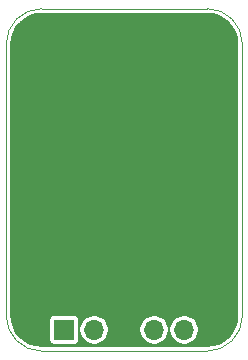
<source format=gbr>
G04 #@! TF.GenerationSoftware,KiCad,Pcbnew,5.1.6-c6e7f7d~86~ubuntu20.04.1*
G04 #@! TF.CreationDate,2020-05-17T01:00:28+03:00*
G04 #@! TF.ProjectId,EV-BA33Dxx,45562d42-4133-4334-9478-782e6b696361,v1.0*
G04 #@! TF.SameCoordinates,Original*
G04 #@! TF.FileFunction,Copper,L2,Bot*
G04 #@! TF.FilePolarity,Positive*
%FSLAX46Y46*%
G04 Gerber Fmt 4.6, Leading zero omitted, Abs format (unit mm)*
G04 Created by KiCad (PCBNEW 5.1.6-c6e7f7d~86~ubuntu20.04.1) date 2020-05-17 01:00:28*
%MOMM*%
%LPD*%
G01*
G04 APERTURE LIST*
G04 #@! TA.AperFunction,Profile*
%ADD10C,0.050000*%
G04 #@! TD*
G04 #@! TA.AperFunction,Conductor*
%ADD11R,10.000000X9.000000*%
G04 #@! TD*
G04 #@! TA.AperFunction,ViaPad*
%ADD12C,0.600000*%
G04 #@! TD*
G04 #@! TA.AperFunction,ComponentPad*
%ADD13O,1.700000X1.700000*%
G04 #@! TD*
G04 #@! TA.AperFunction,ComponentPad*
%ADD14R,1.700000X1.700000*%
G04 #@! TD*
G04 #@! TA.AperFunction,ViaPad*
%ADD15C,0.800000*%
G04 #@! TD*
G04 #@! TA.AperFunction,Conductor*
%ADD16C,0.200000*%
G04 #@! TD*
G04 APERTURE END LIST*
D10*
X53000000Y-79000000D02*
G75*
G02*
X50000000Y-76000000I0J3000000D01*
G01*
X50000000Y-53000000D02*
G75*
G02*
X53000000Y-50000000I3000000J0D01*
G01*
X67000000Y-50000000D02*
G75*
G02*
X70000000Y-53000000I0J-3000000D01*
G01*
X70000000Y-76000000D02*
G75*
G02*
X67000000Y-79000000I-3000000J0D01*
G01*
X50000000Y-76000000D02*
X50000000Y-53000000D01*
X67000000Y-79000000D02*
X53000000Y-79000000D01*
X70000000Y-53000000D02*
X70000000Y-76000000D01*
X53000000Y-50000000D02*
X67000000Y-50000000D01*
D11*
X60000000Y-56545000D03*
D12*
X55800000Y-60145000D03*
X57000000Y-60145000D03*
X58200000Y-60145000D03*
X59400000Y-60145000D03*
X60600000Y-60145000D03*
X61800000Y-60145000D03*
X63000000Y-60145000D03*
X64200000Y-60145000D03*
X55800000Y-58945000D03*
X57000000Y-58945000D03*
X58200000Y-58945000D03*
X59400000Y-58945000D03*
X60600000Y-58945000D03*
X61800000Y-58945000D03*
X63000000Y-58945000D03*
X64200000Y-58945000D03*
X55800000Y-57745000D03*
X57000000Y-57745000D03*
X58200000Y-57745000D03*
X59400000Y-57745000D03*
X60600000Y-57745000D03*
X61800000Y-57745000D03*
X63000000Y-57745000D03*
X64200000Y-57745000D03*
X55800000Y-56545000D03*
X57000000Y-56545000D03*
X58200000Y-56545000D03*
X59400000Y-56545000D03*
X60600000Y-56545000D03*
X61800000Y-56545000D03*
X63000000Y-56545000D03*
X64200000Y-56545000D03*
X55800000Y-55345000D03*
X57000000Y-55345000D03*
X58200000Y-55345000D03*
X59400000Y-55345000D03*
X60600000Y-55345000D03*
X61800000Y-55345000D03*
X63000000Y-55345000D03*
X64200000Y-55345000D03*
X55800000Y-54145000D03*
X57000000Y-54145000D03*
X58200000Y-54145000D03*
X59400000Y-54145000D03*
X60600000Y-54145000D03*
X61800000Y-54145000D03*
X63000000Y-54145000D03*
X64200000Y-54145000D03*
X55800000Y-52945000D03*
X57000000Y-52945000D03*
X58200000Y-52945000D03*
X59400000Y-52945000D03*
X60600000Y-52945000D03*
X61800000Y-52945000D03*
X63000000Y-52945000D03*
X64200000Y-52945000D03*
D13*
X65060000Y-77200000D03*
X62520000Y-77200000D03*
X59980000Y-77200000D03*
X57440000Y-77200000D03*
D14*
X54900000Y-77200000D03*
D15*
X60000000Y-64100000D03*
X53300000Y-66700000D03*
X53300000Y-63500000D03*
X58500000Y-64800000D03*
X58500000Y-68800000D03*
X66700000Y-64800000D03*
X66700000Y-68800000D03*
X68200000Y-70800000D03*
X67900000Y-75500000D03*
X51500000Y-76100000D03*
X52200000Y-71500000D03*
X53300000Y-58900000D03*
X52300000Y-51800000D03*
X68000000Y-51800000D03*
X66400000Y-58600000D03*
X58500000Y-72000000D03*
D16*
G36*
X67499759Y-50476041D02*
G01*
X67980480Y-50621179D01*
X68423856Y-50856925D01*
X68812996Y-51174300D01*
X69133081Y-51561216D01*
X69371919Y-52002939D01*
X69520410Y-52482634D01*
X69575000Y-53002025D01*
X69575001Y-75979200D01*
X69523959Y-76499759D01*
X69378821Y-76980480D01*
X69143075Y-77423856D01*
X68825697Y-77812998D01*
X68438784Y-78133081D01*
X67997061Y-78371919D01*
X67517368Y-78520410D01*
X66997975Y-78575000D01*
X53020790Y-78575000D01*
X52500241Y-78523959D01*
X52019520Y-78378821D01*
X51576144Y-78143075D01*
X51187002Y-77825697D01*
X50866919Y-77438784D01*
X50628081Y-76997061D01*
X50479590Y-76517368D01*
X50462000Y-76350000D01*
X53648065Y-76350000D01*
X53648065Y-78050000D01*
X53655788Y-78128414D01*
X53678660Y-78203814D01*
X53715803Y-78273303D01*
X53765789Y-78334211D01*
X53826697Y-78384197D01*
X53896186Y-78421340D01*
X53971586Y-78444212D01*
X54050000Y-78451935D01*
X55750000Y-78451935D01*
X55828414Y-78444212D01*
X55903814Y-78421340D01*
X55973303Y-78384197D01*
X56034211Y-78334211D01*
X56084197Y-78273303D01*
X56121340Y-78203814D01*
X56144212Y-78128414D01*
X56151935Y-78050000D01*
X56151935Y-77076886D01*
X56190000Y-77076886D01*
X56190000Y-77323114D01*
X56238037Y-77564611D01*
X56332265Y-77792097D01*
X56469062Y-77996828D01*
X56643172Y-78170938D01*
X56847903Y-78307735D01*
X57075389Y-78401963D01*
X57316886Y-78450000D01*
X57563114Y-78450000D01*
X57804611Y-78401963D01*
X58032097Y-78307735D01*
X58236828Y-78170938D01*
X58410938Y-77996828D01*
X58547735Y-77792097D01*
X58641963Y-77564611D01*
X58690000Y-77323114D01*
X58690000Y-77076886D01*
X61270000Y-77076886D01*
X61270000Y-77323114D01*
X61318037Y-77564611D01*
X61412265Y-77792097D01*
X61549062Y-77996828D01*
X61723172Y-78170938D01*
X61927903Y-78307735D01*
X62155389Y-78401963D01*
X62396886Y-78450000D01*
X62643114Y-78450000D01*
X62884611Y-78401963D01*
X63112097Y-78307735D01*
X63316828Y-78170938D01*
X63490938Y-77996828D01*
X63627735Y-77792097D01*
X63721963Y-77564611D01*
X63770000Y-77323114D01*
X63770000Y-77076886D01*
X63810000Y-77076886D01*
X63810000Y-77323114D01*
X63858037Y-77564611D01*
X63952265Y-77792097D01*
X64089062Y-77996828D01*
X64263172Y-78170938D01*
X64467903Y-78307735D01*
X64695389Y-78401963D01*
X64936886Y-78450000D01*
X65183114Y-78450000D01*
X65424611Y-78401963D01*
X65652097Y-78307735D01*
X65856828Y-78170938D01*
X66030938Y-77996828D01*
X66167735Y-77792097D01*
X66261963Y-77564611D01*
X66310000Y-77323114D01*
X66310000Y-77076886D01*
X66261963Y-76835389D01*
X66167735Y-76607903D01*
X66030938Y-76403172D01*
X65856828Y-76229062D01*
X65652097Y-76092265D01*
X65424611Y-75998037D01*
X65183114Y-75950000D01*
X64936886Y-75950000D01*
X64695389Y-75998037D01*
X64467903Y-76092265D01*
X64263172Y-76229062D01*
X64089062Y-76403172D01*
X63952265Y-76607903D01*
X63858037Y-76835389D01*
X63810000Y-77076886D01*
X63770000Y-77076886D01*
X63721963Y-76835389D01*
X63627735Y-76607903D01*
X63490938Y-76403172D01*
X63316828Y-76229062D01*
X63112097Y-76092265D01*
X62884611Y-75998037D01*
X62643114Y-75950000D01*
X62396886Y-75950000D01*
X62155389Y-75998037D01*
X61927903Y-76092265D01*
X61723172Y-76229062D01*
X61549062Y-76403172D01*
X61412265Y-76607903D01*
X61318037Y-76835389D01*
X61270000Y-77076886D01*
X58690000Y-77076886D01*
X58641963Y-76835389D01*
X58547735Y-76607903D01*
X58410938Y-76403172D01*
X58236828Y-76229062D01*
X58032097Y-76092265D01*
X57804611Y-75998037D01*
X57563114Y-75950000D01*
X57316886Y-75950000D01*
X57075389Y-75998037D01*
X56847903Y-76092265D01*
X56643172Y-76229062D01*
X56469062Y-76403172D01*
X56332265Y-76607903D01*
X56238037Y-76835389D01*
X56190000Y-77076886D01*
X56151935Y-77076886D01*
X56151935Y-76350000D01*
X56144212Y-76271586D01*
X56121340Y-76196186D01*
X56084197Y-76126697D01*
X56034211Y-76065789D01*
X55973303Y-76015803D01*
X55903814Y-75978660D01*
X55828414Y-75955788D01*
X55750000Y-75948065D01*
X54050000Y-75948065D01*
X53971586Y-75955788D01*
X53896186Y-75978660D01*
X53826697Y-76015803D01*
X53765789Y-76065789D01*
X53715803Y-76126697D01*
X53678660Y-76196186D01*
X53655788Y-76271586D01*
X53648065Y-76350000D01*
X50462000Y-76350000D01*
X50425000Y-75997975D01*
X50425000Y-53020790D01*
X50476041Y-52500241D01*
X50621179Y-52019520D01*
X50856925Y-51576144D01*
X51174300Y-51187004D01*
X51561216Y-50866919D01*
X52002939Y-50628081D01*
X52482634Y-50479590D01*
X53002025Y-50425000D01*
X66979210Y-50425000D01*
X67499759Y-50476041D01*
G37*
X67499759Y-50476041D02*
X67980480Y-50621179D01*
X68423856Y-50856925D01*
X68812996Y-51174300D01*
X69133081Y-51561216D01*
X69371919Y-52002939D01*
X69520410Y-52482634D01*
X69575000Y-53002025D01*
X69575001Y-75979200D01*
X69523959Y-76499759D01*
X69378821Y-76980480D01*
X69143075Y-77423856D01*
X68825697Y-77812998D01*
X68438784Y-78133081D01*
X67997061Y-78371919D01*
X67517368Y-78520410D01*
X66997975Y-78575000D01*
X53020790Y-78575000D01*
X52500241Y-78523959D01*
X52019520Y-78378821D01*
X51576144Y-78143075D01*
X51187002Y-77825697D01*
X50866919Y-77438784D01*
X50628081Y-76997061D01*
X50479590Y-76517368D01*
X50462000Y-76350000D01*
X53648065Y-76350000D01*
X53648065Y-78050000D01*
X53655788Y-78128414D01*
X53678660Y-78203814D01*
X53715803Y-78273303D01*
X53765789Y-78334211D01*
X53826697Y-78384197D01*
X53896186Y-78421340D01*
X53971586Y-78444212D01*
X54050000Y-78451935D01*
X55750000Y-78451935D01*
X55828414Y-78444212D01*
X55903814Y-78421340D01*
X55973303Y-78384197D01*
X56034211Y-78334211D01*
X56084197Y-78273303D01*
X56121340Y-78203814D01*
X56144212Y-78128414D01*
X56151935Y-78050000D01*
X56151935Y-77076886D01*
X56190000Y-77076886D01*
X56190000Y-77323114D01*
X56238037Y-77564611D01*
X56332265Y-77792097D01*
X56469062Y-77996828D01*
X56643172Y-78170938D01*
X56847903Y-78307735D01*
X57075389Y-78401963D01*
X57316886Y-78450000D01*
X57563114Y-78450000D01*
X57804611Y-78401963D01*
X58032097Y-78307735D01*
X58236828Y-78170938D01*
X58410938Y-77996828D01*
X58547735Y-77792097D01*
X58641963Y-77564611D01*
X58690000Y-77323114D01*
X58690000Y-77076886D01*
X61270000Y-77076886D01*
X61270000Y-77323114D01*
X61318037Y-77564611D01*
X61412265Y-77792097D01*
X61549062Y-77996828D01*
X61723172Y-78170938D01*
X61927903Y-78307735D01*
X62155389Y-78401963D01*
X62396886Y-78450000D01*
X62643114Y-78450000D01*
X62884611Y-78401963D01*
X63112097Y-78307735D01*
X63316828Y-78170938D01*
X63490938Y-77996828D01*
X63627735Y-77792097D01*
X63721963Y-77564611D01*
X63770000Y-77323114D01*
X63770000Y-77076886D01*
X63810000Y-77076886D01*
X63810000Y-77323114D01*
X63858037Y-77564611D01*
X63952265Y-77792097D01*
X64089062Y-77996828D01*
X64263172Y-78170938D01*
X64467903Y-78307735D01*
X64695389Y-78401963D01*
X64936886Y-78450000D01*
X65183114Y-78450000D01*
X65424611Y-78401963D01*
X65652097Y-78307735D01*
X65856828Y-78170938D01*
X66030938Y-77996828D01*
X66167735Y-77792097D01*
X66261963Y-77564611D01*
X66310000Y-77323114D01*
X66310000Y-77076886D01*
X66261963Y-76835389D01*
X66167735Y-76607903D01*
X66030938Y-76403172D01*
X65856828Y-76229062D01*
X65652097Y-76092265D01*
X65424611Y-75998037D01*
X65183114Y-75950000D01*
X64936886Y-75950000D01*
X64695389Y-75998037D01*
X64467903Y-76092265D01*
X64263172Y-76229062D01*
X64089062Y-76403172D01*
X63952265Y-76607903D01*
X63858037Y-76835389D01*
X63810000Y-77076886D01*
X63770000Y-77076886D01*
X63721963Y-76835389D01*
X63627735Y-76607903D01*
X63490938Y-76403172D01*
X63316828Y-76229062D01*
X63112097Y-76092265D01*
X62884611Y-75998037D01*
X62643114Y-75950000D01*
X62396886Y-75950000D01*
X62155389Y-75998037D01*
X61927903Y-76092265D01*
X61723172Y-76229062D01*
X61549062Y-76403172D01*
X61412265Y-76607903D01*
X61318037Y-76835389D01*
X61270000Y-77076886D01*
X58690000Y-77076886D01*
X58641963Y-76835389D01*
X58547735Y-76607903D01*
X58410938Y-76403172D01*
X58236828Y-76229062D01*
X58032097Y-76092265D01*
X57804611Y-75998037D01*
X57563114Y-75950000D01*
X57316886Y-75950000D01*
X57075389Y-75998037D01*
X56847903Y-76092265D01*
X56643172Y-76229062D01*
X56469062Y-76403172D01*
X56332265Y-76607903D01*
X56238037Y-76835389D01*
X56190000Y-77076886D01*
X56151935Y-77076886D01*
X56151935Y-76350000D01*
X56144212Y-76271586D01*
X56121340Y-76196186D01*
X56084197Y-76126697D01*
X56034211Y-76065789D01*
X55973303Y-76015803D01*
X55903814Y-75978660D01*
X55828414Y-75955788D01*
X55750000Y-75948065D01*
X54050000Y-75948065D01*
X53971586Y-75955788D01*
X53896186Y-75978660D01*
X53826697Y-76015803D01*
X53765789Y-76065789D01*
X53715803Y-76126697D01*
X53678660Y-76196186D01*
X53655788Y-76271586D01*
X53648065Y-76350000D01*
X50462000Y-76350000D01*
X50425000Y-75997975D01*
X50425000Y-53020790D01*
X50476041Y-52500241D01*
X50621179Y-52019520D01*
X50856925Y-51576144D01*
X51174300Y-51187004D01*
X51561216Y-50866919D01*
X52002939Y-50628081D01*
X52482634Y-50479590D01*
X53002025Y-50425000D01*
X66979210Y-50425000D01*
X67499759Y-50476041D01*
M02*

</source>
